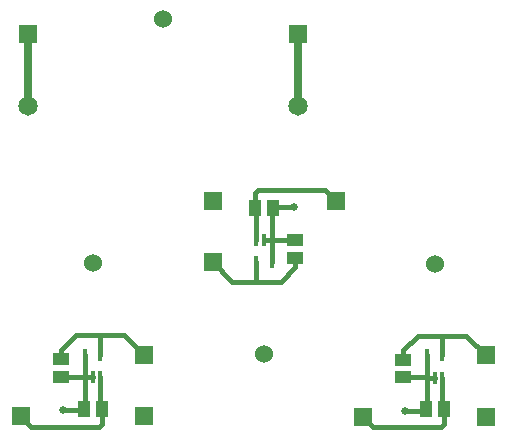
<source format=gbr>
%TF.GenerationSoftware,Altium Limited,Altium Designer,22.7.1 (60)*%
G04 Layer_Physical_Order=1*
G04 Layer_Color=255*
%FSLAX43Y43*%
%MOMM*%
%TF.SameCoordinates,798C7C01-C923-4F4B-AA1E-7D7C4C9A7158*%
%TF.FilePolarity,Positive*%
%TF.FileFunction,Copper,L1,Top,Signal*%
%TF.Part,CustomerPanel*%
G01*
G75*
%TA.AperFunction,SMDPad,CuDef*%
%ADD10R,1.400X1.100*%
%ADD11R,1.100X1.400*%
%ADD12R,0.450X1.100*%
%TA.AperFunction,Conductor*%
%ADD13C,0.400*%
%ADD14C,0.700*%
%TA.AperFunction,SMDPad,CuDef*%
%ADD15R,1.400X1.100*%
%TA.AperFunction,ComponentPad*%
%ADD16R,1.500X1.500*%
%TA.AperFunction,ViaPad*%
%ADD17C,1.524*%
%ADD18C,0.650*%
%TA.AperFunction,ComponentPad*%
%ADD19R,1.500X1.500*%
%ADD20C,1.650*%
D10*
X12588Y12739D02*
D03*
Y14239D02*
D03*
X32385Y24335D02*
D03*
Y22835D02*
D03*
D11*
X14493Y10048D02*
D03*
X15993D02*
D03*
X30480Y27026D02*
D03*
X28980D02*
D03*
X43443Y10033D02*
D03*
X44943D02*
D03*
D12*
X14590Y14615D02*
D03*
X15890D02*
D03*
Y12715D02*
D03*
X15240D02*
D03*
X14590D02*
D03*
X30383Y22459D02*
D03*
X29083D02*
D03*
Y24359D02*
D03*
X29733D02*
D03*
X30383D02*
D03*
X43540Y14600D02*
D03*
X44840D02*
D03*
Y12700D02*
D03*
X44190D02*
D03*
X43540D02*
D03*
D13*
X14366Y9921D02*
X14493Y10048D01*
X12715Y9921D02*
X14366D01*
X15759Y8524D02*
X15993Y8758D01*
Y10048D01*
X10048Y8524D02*
X15759D01*
X15890Y10151D02*
X15993Y10048D01*
X9159Y9413D02*
X10048Y8524D01*
X12588Y14239D02*
Y15036D01*
X13823Y16271D01*
X15890D01*
Y10151D02*
Y12715D01*
X14590D02*
X15240D01*
X14566Y12739D02*
X14590Y12715D01*
X12588Y12739D02*
X14566D01*
X14590Y10145D02*
Y12715D01*
X14493Y10048D02*
X14590Y10145D01*
Y12715D02*
Y14615D01*
X15890Y16271D02*
X17922D01*
X15890Y14615D02*
Y16271D01*
X17922D02*
X19573Y14620D01*
X30607Y27153D02*
X30480Y27026D01*
X32258Y27153D02*
X30607D01*
X29214Y28550D02*
X28980Y28315D01*
Y27026D01*
X34925Y28550D02*
X29214D01*
X29083Y26923D02*
X28980Y27026D01*
X35814Y27661D02*
X34925Y28550D01*
X32385Y22835D02*
Y22038D01*
X31150Y20803D01*
X29083D01*
Y26923D02*
Y24359D01*
X30383D02*
X29733D01*
X30407Y24335D02*
X30383Y24359D01*
X32385Y24335D02*
X30407D01*
X30383Y26929D02*
Y24359D01*
X30480Y27026D02*
X30383Y26929D01*
Y24359D02*
Y22459D01*
X29083Y20803D02*
X27051D01*
X29083Y22459D02*
Y20803D01*
X27051D02*
X25400Y22454D01*
X43316Y9906D02*
X43443Y10033D01*
X41665Y9906D02*
X43316D01*
X44709Y8509D02*
X44943Y8743D01*
Y10033D01*
X38998Y8509D02*
X44709D01*
X44840Y10136D02*
X44943Y10033D01*
X38109Y9398D02*
X38998Y8509D01*
X41538Y14224D02*
Y15021D01*
X42773Y16256D01*
X44840D01*
Y10136D02*
Y12700D01*
X43540D02*
X44190D01*
X43516Y12724D02*
X43540Y12700D01*
X41538Y12724D02*
X43516D01*
X43540Y10130D02*
Y12700D01*
X43443Y10033D02*
X43540Y10130D01*
Y12700D02*
Y14600D01*
X44840Y16256D02*
X46872D01*
X44840Y14600D02*
Y16256D01*
X46872D02*
X48523Y14605D01*
D14*
X32654Y35687D02*
Y41783D01*
X9794Y35687D02*
Y41783D01*
D15*
X41538Y12724D02*
D03*
Y14224D02*
D03*
D16*
X9159Y9413D02*
D03*
X19573Y14620D02*
D03*
Y9413D02*
D03*
X35814Y27661D02*
D03*
X25400Y22454D02*
D03*
Y27661D02*
D03*
D17*
X15255Y22367D02*
D03*
X29718Y14707D02*
D03*
X21224Y43053D02*
D03*
X44205Y22352D02*
D03*
D18*
X12715Y9921D02*
D03*
X32258Y27153D02*
D03*
X41665Y9906D02*
D03*
D19*
X32654Y41783D02*
D03*
X9794D02*
D03*
X38109Y9398D02*
D03*
X48523Y14605D02*
D03*
Y9398D02*
D03*
D20*
X32654Y35687D02*
D03*
X9794D02*
D03*
%TF.MD5,1c954eeb2ac694cce9af5337d1578421*%
M02*

</source>
